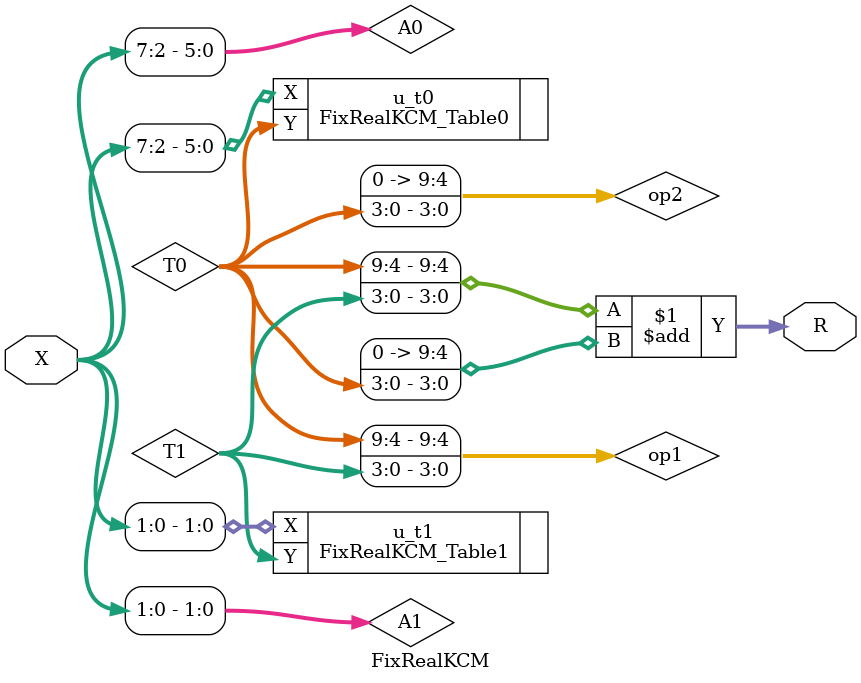
<source format=sv>
module FixRealKCM (
    input  logic [7:0] X,
    output logic [9:0] R
);
    logic [5:0] A0;
    logic [1:0] A1;
    logic [9:0] T0;
    logic [3:0] T1;
    
    // Wire interni per la somma (Bitheap del VHDL)
    logic [9:0] op1, op2;

    // Mapping degli indirizzi
    assign A0 = X[7:2];
    assign A1 = X[1:0];

    // Istanze delle tabelle (che avrai creato sopra)
    FixRealKCM_Table0 u_t0 (.X(A0), .Y(T0));
    FixRealKCM_Table1 u_t1 (.X(A1), .Y(T1));

    // Ricostruzione della somma (VHDL righe 145-146)
    // bitheapFinalAdd_bh7_In0 <= "" & bh7_w9_0 ... & bh7_w0_1;
    // bitheapFinalAdd_bh7_In1 <= ...
    
    // Traduzione della logica di concatenazione FloPoCo:
    // T0 è il contributo MSB, T1 è LSB shiftato e sommato
    assign op1 = {T0[9:4], T1[3:0]}; 
    assign op2 = {6'b0,    T0[3:0]};

    assign R = op1 + op2; // Semplice somma, niente IntAdder dedicato
endmodule

</source>
